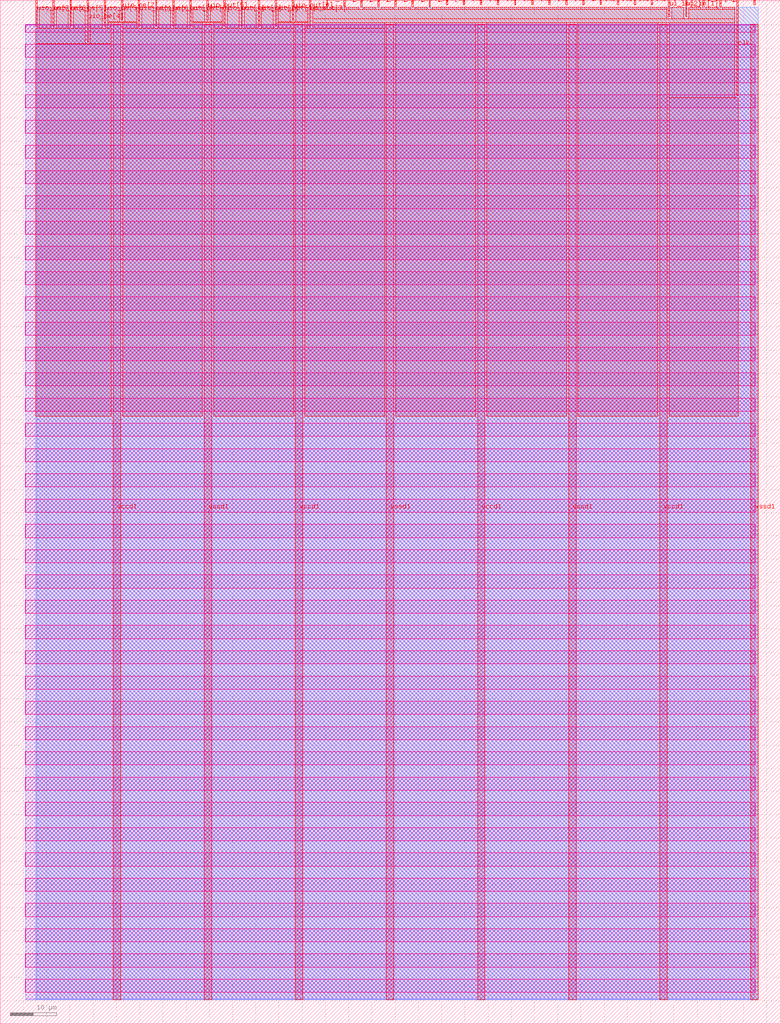
<source format=lef>
VERSION 5.7 ;
  NOWIREEXTENSIONATPIN ON ;
  DIVIDERCHAR "/" ;
  BUSBITCHARS "[]" ;
MACRO tt_um_vga_clock
  CLASS BLOCK ;
  FOREIGN tt_um_vga_clock ;
  ORIGIN 0.000 0.000 ;
  SIZE 167.900 BY 220.320 ;
  PIN clk
    DIRECTION INPUT ;
    USE SIGNAL ;
    PORT
      LAYER met4 ;
        RECT 158.550 199.740 158.850 220.320 ;
    END
  END clk
  PIN ena
    DIRECTION INPUT ;
    USE SIGNAL ;
    PORT
      LAYER met4 ;
        RECT 162.230 219.320 162.530 220.320 ;
    END
  END ena
  PIN rst_n
    DIRECTION INPUT ;
    USE SIGNAL ;
    PORT
      LAYER met4 ;
        RECT 154.870 218.780 155.170 220.320 ;
    END
  END rst_n
  PIN ui_in[0]
    DIRECTION INPUT ;
    USE SIGNAL ;
    PORT
      LAYER met4 ;
        RECT 151.190 218.780 151.490 220.320 ;
    END
  END ui_in[0]
  PIN ui_in[1]
    DIRECTION INPUT ;
    USE SIGNAL ;
    PORT
      LAYER met4 ;
        RECT 147.510 216.740 147.810 220.320 ;
    END
  END ui_in[1]
  PIN ui_in[2]
    DIRECTION INPUT ;
    USE SIGNAL ;
    PORT
      LAYER met4 ;
        RECT 143.830 216.740 144.130 220.320 ;
    END
  END ui_in[2]
  PIN ui_in[3]
    DIRECTION INPUT ;
    USE SIGNAL ;
    PORT
      LAYER met4 ;
        RECT 140.150 219.320 140.450 220.320 ;
    END
  END ui_in[3]
  PIN ui_in[4]
    DIRECTION INPUT ;
    USE SIGNAL ;
    PORT
      LAYER met4 ;
        RECT 136.470 219.320 136.770 220.320 ;
    END
  END ui_in[4]
  PIN ui_in[5]
    DIRECTION INPUT ;
    USE SIGNAL ;
    PORT
      LAYER met4 ;
        RECT 132.790 219.320 133.090 220.320 ;
    END
  END ui_in[5]
  PIN ui_in[6]
    DIRECTION INPUT ;
    USE SIGNAL ;
    PORT
      LAYER met4 ;
        RECT 129.110 219.320 129.410 220.320 ;
    END
  END ui_in[6]
  PIN ui_in[7]
    DIRECTION INPUT ;
    USE SIGNAL ;
    PORT
      LAYER met4 ;
        RECT 125.430 219.320 125.730 220.320 ;
    END
  END ui_in[7]
  PIN uio_in[0]
    DIRECTION INPUT ;
    USE SIGNAL ;
    PORT
      LAYER met4 ;
        RECT 121.750 219.320 122.050 220.320 ;
    END
  END uio_in[0]
  PIN uio_in[1]
    DIRECTION INPUT ;
    USE SIGNAL ;
    PORT
      LAYER met4 ;
        RECT 118.070 219.320 118.370 220.320 ;
    END
  END uio_in[1]
  PIN uio_in[2]
    DIRECTION INPUT ;
    USE SIGNAL ;
    PORT
      LAYER met4 ;
        RECT 114.390 219.320 114.690 220.320 ;
    END
  END uio_in[2]
  PIN uio_in[3]
    DIRECTION INPUT ;
    USE SIGNAL ;
    PORT
      LAYER met4 ;
        RECT 110.710 219.320 111.010 220.320 ;
    END
  END uio_in[3]
  PIN uio_in[4]
    DIRECTION INPUT ;
    USE SIGNAL ;
    PORT
      LAYER met4 ;
        RECT 107.030 219.320 107.330 220.320 ;
    END
  END uio_in[4]
  PIN uio_in[5]
    DIRECTION INPUT ;
    USE SIGNAL ;
    PORT
      LAYER met4 ;
        RECT 103.350 219.320 103.650 220.320 ;
    END
  END uio_in[5]
  PIN uio_in[6]
    DIRECTION INPUT ;
    USE SIGNAL ;
    PORT
      LAYER met4 ;
        RECT 99.670 219.320 99.970 220.320 ;
    END
  END uio_in[6]
  PIN uio_in[7]
    DIRECTION INPUT ;
    USE SIGNAL ;
    PORT
      LAYER met4 ;
        RECT 95.990 219.320 96.290 220.320 ;
    END
  END uio_in[7]
  PIN uio_oe[0]
    DIRECTION OUTPUT TRISTATE ;
    USE SIGNAL ;
    PORT
      LAYER met4 ;
        RECT 33.430 214.700 33.730 220.320 ;
    END
  END uio_oe[0]
  PIN uio_oe[1]
    DIRECTION OUTPUT TRISTATE ;
    USE SIGNAL ;
    PORT
      LAYER met4 ;
        RECT 29.750 214.700 30.050 220.320 ;
    END
  END uio_oe[1]
  PIN uio_oe[2]
    DIRECTION OUTPUT TRISTATE ;
    USE SIGNAL ;
    PORT
      LAYER met4 ;
        RECT 26.070 216.060 26.370 220.320 ;
    END
  END uio_oe[2]
  PIN uio_oe[3]
    DIRECTION OUTPUT TRISTATE ;
    USE SIGNAL ;
    PORT
      LAYER met4 ;
        RECT 22.390 214.700 22.690 220.320 ;
    END
  END uio_oe[3]
  PIN uio_oe[4]
    DIRECTION OUTPUT TRISTATE ;
    USE SIGNAL ;
    PORT
      LAYER met4 ;
        RECT 18.710 211.300 19.010 220.320 ;
    END
  END uio_oe[4]
  PIN uio_oe[5]
    DIRECTION OUTPUT TRISTATE ;
    USE SIGNAL ;
    PORT
      LAYER met4 ;
        RECT 15.030 214.700 15.330 220.320 ;
    END
  END uio_oe[5]
  PIN uio_oe[6]
    DIRECTION OUTPUT TRISTATE ;
    USE SIGNAL ;
    PORT
      LAYER met4 ;
        RECT 11.350 214.700 11.650 220.320 ;
    END
  END uio_oe[6]
  PIN uio_oe[7]
    DIRECTION OUTPUT TRISTATE ;
    USE SIGNAL ;
    PORT
      LAYER met4 ;
        RECT 7.670 214.700 7.970 220.320 ;
    END
  END uio_oe[7]
  PIN uio_out[0]
    DIRECTION OUTPUT TRISTATE ;
    USE SIGNAL ;
    PORT
      LAYER met4 ;
        RECT 62.870 216.060 63.170 220.320 ;
    END
  END uio_out[0]
  PIN uio_out[1]
    DIRECTION OUTPUT TRISTATE ;
    USE SIGNAL ;
    PORT
      LAYER met4 ;
        RECT 59.190 214.700 59.490 220.320 ;
    END
  END uio_out[1]
  PIN uio_out[2]
    DIRECTION OUTPUT TRISTATE ;
    USE SIGNAL ;
    PORT
      LAYER met4 ;
        RECT 55.510 214.700 55.810 220.320 ;
    END
  END uio_out[2]
  PIN uio_out[3]
    DIRECTION OUTPUT TRISTATE ;
    USE SIGNAL ;
    PORT
      LAYER met4 ;
        RECT 51.830 214.700 52.130 220.320 ;
    END
  END uio_out[3]
  PIN uio_out[4]
    DIRECTION OUTPUT TRISTATE ;
    USE SIGNAL ;
    PORT
      LAYER met4 ;
        RECT 48.150 214.700 48.450 220.320 ;
    END
  END uio_out[4]
  PIN uio_out[5]
    DIRECTION OUTPUT TRISTATE ;
    USE SIGNAL ;
    PORT
      LAYER met4 ;
        RECT 44.470 216.060 44.770 220.320 ;
    END
  END uio_out[5]
  PIN uio_out[6]
    DIRECTION OUTPUT TRISTATE ;
    USE SIGNAL ;
    PORT
      LAYER met4 ;
        RECT 40.790 214.700 41.090 220.320 ;
    END
  END uio_out[6]
  PIN uio_out[7]
    DIRECTION OUTPUT TRISTATE ;
    USE SIGNAL ;
    PORT
      LAYER met4 ;
        RECT 37.110 214.700 37.410 220.320 ;
    END
  END uio_out[7]
  PIN uo_out[0]
    DIRECTION OUTPUT TRISTATE ;
    USE SIGNAL ;
    PORT
      LAYER met4 ;
        RECT 92.310 218.780 92.610 220.320 ;
    END
  END uo_out[0]
  PIN uo_out[1]
    DIRECTION OUTPUT TRISTATE ;
    USE SIGNAL ;
    PORT
      LAYER met4 ;
        RECT 88.630 218.780 88.930 220.320 ;
    END
  END uo_out[1]
  PIN uo_out[2]
    DIRECTION OUTPUT TRISTATE ;
    USE SIGNAL ;
    PORT
      LAYER met4 ;
        RECT 84.950 218.780 85.250 220.320 ;
    END
  END uo_out[2]
  PIN uo_out[3]
    DIRECTION OUTPUT TRISTATE ;
    USE SIGNAL ;
    PORT
      LAYER met4 ;
        RECT 81.270 218.780 81.570 220.320 ;
    END
  END uo_out[3]
  PIN uo_out[4]
    DIRECTION OUTPUT TRISTATE ;
    USE SIGNAL ;
    PORT
      LAYER met4 ;
        RECT 77.590 218.780 77.890 220.320 ;
    END
  END uo_out[4]
  PIN uo_out[5]
    DIRECTION OUTPUT TRISTATE ;
    USE SIGNAL ;
    PORT
      LAYER met4 ;
        RECT 73.910 218.780 74.210 220.320 ;
    END
  END uo_out[5]
  PIN uo_out[6]
    DIRECTION OUTPUT TRISTATE ;
    USE SIGNAL ;
    PORT
      LAYER met4 ;
        RECT 70.230 218.780 70.530 220.320 ;
    END
  END uo_out[6]
  PIN uo_out[7]
    DIRECTION OUTPUT TRISTATE ;
    USE SIGNAL ;
    PORT
      LAYER met4 ;
        RECT 66.550 214.700 66.850 220.320 ;
    END
  END uo_out[7]
  PIN vccd1
    DIRECTION INOUT ;
    USE POWER ;
    PORT
      LAYER met4 ;
        RECT 24.325 5.200 25.925 215.120 ;
    END
    PORT
      LAYER met4 ;
        RECT 63.535 5.200 65.135 215.120 ;
    END
    PORT
      LAYER met4 ;
        RECT 102.745 5.200 104.345 215.120 ;
    END
    PORT
      LAYER met4 ;
        RECT 141.955 5.200 143.555 215.120 ;
    END
  END vccd1
  PIN vssd1
    DIRECTION INOUT ;
    USE GROUND ;
    PORT
      LAYER met4 ;
        RECT 43.930 5.200 45.530 215.120 ;
    END
    PORT
      LAYER met4 ;
        RECT 83.140 5.200 84.740 215.120 ;
    END
    PORT
      LAYER met4 ;
        RECT 122.350 5.200 123.950 215.120 ;
    END
    PORT
      LAYER met4 ;
        RECT 161.560 5.200 163.160 215.120 ;
    END
  END vssd1
  OBS
      LAYER nwell ;
        RECT 5.330 213.465 162.570 215.070 ;
        RECT 5.330 208.025 162.570 210.855 ;
        RECT 5.330 202.585 162.570 205.415 ;
        RECT 5.330 197.145 162.570 199.975 ;
        RECT 5.330 191.705 162.570 194.535 ;
        RECT 5.330 186.265 162.570 189.095 ;
        RECT 5.330 180.825 162.570 183.655 ;
        RECT 5.330 175.385 162.570 178.215 ;
        RECT 5.330 169.945 162.570 172.775 ;
        RECT 5.330 164.505 162.570 167.335 ;
        RECT 5.330 159.065 162.570 161.895 ;
        RECT 5.330 153.625 162.570 156.455 ;
        RECT 5.330 148.185 162.570 151.015 ;
        RECT 5.330 142.745 162.570 145.575 ;
        RECT 5.330 137.305 162.570 140.135 ;
        RECT 5.330 131.865 162.570 134.695 ;
        RECT 5.330 126.425 162.570 129.255 ;
        RECT 5.330 120.985 162.570 123.815 ;
        RECT 5.330 115.545 162.570 118.375 ;
        RECT 5.330 110.105 162.570 112.935 ;
        RECT 5.330 104.665 162.570 107.495 ;
        RECT 5.330 99.225 162.570 102.055 ;
        RECT 5.330 93.785 162.570 96.615 ;
        RECT 5.330 88.345 162.570 91.175 ;
        RECT 5.330 82.905 162.570 85.735 ;
        RECT 5.330 77.465 162.570 80.295 ;
        RECT 5.330 72.025 162.570 74.855 ;
        RECT 5.330 66.585 162.570 69.415 ;
        RECT 5.330 61.145 162.570 63.975 ;
        RECT 5.330 55.705 162.570 58.535 ;
        RECT 5.330 50.265 162.570 53.095 ;
        RECT 5.330 44.825 162.570 47.655 ;
        RECT 5.330 39.385 162.570 42.215 ;
        RECT 5.330 33.945 162.570 36.775 ;
        RECT 5.330 28.505 162.570 31.335 ;
        RECT 5.330 23.065 162.570 25.895 ;
        RECT 5.330 17.625 162.570 20.455 ;
        RECT 5.330 12.185 162.570 15.015 ;
        RECT 5.330 6.745 162.570 9.575 ;
      LAYER li1 ;
        RECT 5.520 5.355 162.380 214.965 ;
      LAYER met1 ;
        RECT 5.520 5.200 163.160 215.120 ;
      LAYER met2 ;
        RECT 7.910 5.255 163.130 218.805 ;
      LAYER met3 ;
        RECT 7.630 5.275 163.150 218.785 ;
      LAYER met4 ;
        RECT 8.370 214.300 10.950 218.785 ;
        RECT 12.050 214.300 14.630 218.785 ;
        RECT 15.730 214.300 18.310 218.785 ;
        RECT 7.655 210.900 18.310 214.300 ;
        RECT 19.410 214.300 21.990 218.785 ;
        RECT 23.090 215.660 25.670 218.785 ;
        RECT 26.770 215.660 29.350 218.785 ;
        RECT 23.090 215.520 29.350 215.660 ;
        RECT 23.090 214.300 23.925 215.520 ;
        RECT 19.410 210.900 23.925 214.300 ;
        RECT 7.655 130.735 23.925 210.900 ;
        RECT 26.325 214.300 29.350 215.520 ;
        RECT 30.450 214.300 33.030 218.785 ;
        RECT 34.130 214.300 36.710 218.785 ;
        RECT 37.810 214.300 40.390 218.785 ;
        RECT 41.490 215.660 44.070 218.785 ;
        RECT 45.170 215.660 47.750 218.785 ;
        RECT 41.490 215.520 47.750 215.660 ;
        RECT 41.490 214.300 43.530 215.520 ;
        RECT 26.325 130.735 43.530 214.300 ;
        RECT 45.930 214.300 47.750 215.520 ;
        RECT 48.850 214.300 51.430 218.785 ;
        RECT 52.530 214.300 55.110 218.785 ;
        RECT 56.210 214.300 58.790 218.785 ;
        RECT 59.890 215.660 62.470 218.785 ;
        RECT 63.570 215.660 66.150 218.785 ;
        RECT 59.890 215.520 66.150 215.660 ;
        RECT 59.890 214.300 63.135 215.520 ;
        RECT 45.930 130.735 63.135 214.300 ;
        RECT 65.535 214.300 66.150 215.520 ;
        RECT 67.250 218.380 69.830 218.785 ;
        RECT 70.930 218.380 73.510 218.785 ;
        RECT 74.610 218.380 77.190 218.785 ;
        RECT 78.290 218.380 80.870 218.785 ;
        RECT 81.970 218.380 84.550 218.785 ;
        RECT 85.650 218.380 88.230 218.785 ;
        RECT 89.330 218.380 91.910 218.785 ;
        RECT 93.010 218.380 143.430 218.785 ;
        RECT 67.250 216.340 143.430 218.380 ;
        RECT 144.530 216.340 147.110 218.785 ;
        RECT 148.210 218.380 150.790 218.785 ;
        RECT 151.890 218.380 154.470 218.785 ;
        RECT 155.570 218.380 158.150 218.785 ;
        RECT 148.210 216.340 158.150 218.380 ;
        RECT 67.250 215.520 158.150 216.340 ;
        RECT 67.250 214.300 82.740 215.520 ;
        RECT 65.535 130.735 82.740 214.300 ;
        RECT 85.140 130.735 102.345 215.520 ;
        RECT 104.745 130.735 121.950 215.520 ;
        RECT 124.350 130.735 141.555 215.520 ;
        RECT 143.955 199.340 158.150 215.520 ;
        RECT 143.955 130.735 158.865 199.340 ;
  END
END tt_um_vga_clock
END LIBRARY


</source>
